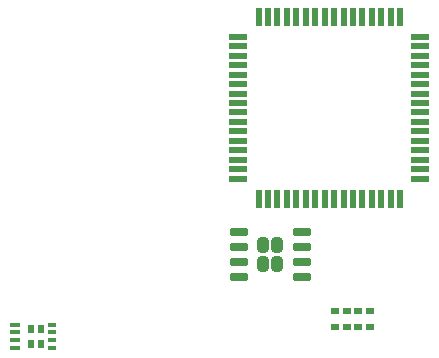
<source format=gbr>
%TF.GenerationSoftware,KiCad,Pcbnew,7.0.2*%
%TF.CreationDate,2023-06-25T00:33:43-03:00*%
%TF.ProjectId,Projeto final de EA075,50726f6a-6574-46f2-9066-696e616c2064,rev?*%
%TF.SameCoordinates,Original*%
%TF.FileFunction,Paste,Top*%
%TF.FilePolarity,Positive*%
%FSLAX46Y46*%
G04 Gerber Fmt 4.6, Leading zero omitted, Abs format (unit mm)*
G04 Created by KiCad (PCBNEW 7.0.2) date 2023-06-25 00:33:43*
%MOMM*%
%LPD*%
G01*
G04 APERTURE LIST*
G04 Aperture macros list*
%AMRoundRect*
0 Rectangle with rounded corners*
0 $1 Rounding radius*
0 $2 $3 $4 $5 $6 $7 $8 $9 X,Y pos of 4 corners*
0 Add a 4 corners polygon primitive as box body*
4,1,4,$2,$3,$4,$5,$6,$7,$8,$9,$2,$3,0*
0 Add four circle primitives for the rounded corners*
1,1,$1+$1,$2,$3*
1,1,$1+$1,$4,$5*
1,1,$1+$1,$6,$7*
1,1,$1+$1,$8,$9*
0 Add four rect primitives between the rounded corners*
20,1,$1+$1,$2,$3,$4,$5,0*
20,1,$1+$1,$4,$5,$6,$7,0*
20,1,$1+$1,$6,$7,$8,$9,0*
20,1,$1+$1,$8,$9,$2,$3,0*%
G04 Aperture macros list end*
%ADD10RoundRect,0.150000X-0.650000X-0.150000X0.650000X-0.150000X0.650000X0.150000X-0.650000X0.150000X0*%
%ADD11RoundRect,0.242500X-0.242500X-0.402500X0.242500X-0.402500X0.242500X0.402500X-0.242500X0.402500X0*%
%ADD12R,0.720000X0.600000*%
%ADD13R,1.500000X0.550000*%
%ADD14R,0.550000X1.500000*%
%ADD15R,0.510000X0.635000*%
%ADD16R,0.750000X0.300000*%
%ADD17R,0.830000X0.300000*%
G04 APERTURE END LIST*
D10*
%TO.C,U3*%
X161050000Y-88095000D03*
X161050000Y-89365000D03*
X161050000Y-90635000D03*
X161050000Y-91905000D03*
X155750000Y-91905000D03*
X155750000Y-90635000D03*
X155750000Y-89365000D03*
X155750000Y-88095000D03*
D11*
X159000000Y-90800000D03*
X157800000Y-90800000D03*
X159000000Y-89200000D03*
X157800000Y-89200000D03*
%TD*%
D12*
%TO.C,U2*%
X163915000Y-94730000D03*
X164885000Y-94730000D03*
X165855000Y-94730000D03*
X166825000Y-94730000D03*
X166825000Y-96130000D03*
X165855000Y-96130000D03*
X164885000Y-96130000D03*
X163915000Y-96130000D03*
%TD*%
D13*
%TO.C,U1*%
X155700000Y-71550000D03*
X155700000Y-72350000D03*
X155700000Y-73150000D03*
X155700000Y-73950000D03*
X155700000Y-74750000D03*
X155700000Y-75550000D03*
X155700000Y-76350000D03*
X155700000Y-77150000D03*
X155700000Y-77950000D03*
X155700000Y-78750000D03*
X155700000Y-79550000D03*
X155700000Y-80350000D03*
X155700000Y-81150000D03*
X155700000Y-81950000D03*
X155700000Y-82750000D03*
X155700000Y-83550000D03*
D14*
X157400000Y-85250000D03*
X158200000Y-85250000D03*
X159000000Y-85250000D03*
X159800000Y-85250000D03*
X160600000Y-85250000D03*
X161400000Y-85250000D03*
X162200000Y-85250000D03*
X163000000Y-85250000D03*
X163800000Y-85250000D03*
X164600000Y-85250000D03*
X165400000Y-85250000D03*
X166200000Y-85250000D03*
X167000000Y-85250000D03*
X167800000Y-85250000D03*
X168600000Y-85250000D03*
X169400000Y-85250000D03*
D13*
X171100000Y-83550000D03*
X171100000Y-82750000D03*
X171100000Y-81950000D03*
X171100000Y-81150000D03*
X171100000Y-80350000D03*
X171100000Y-79550000D03*
X171100000Y-78750000D03*
X171100000Y-77950000D03*
X171100000Y-77150000D03*
X171100000Y-76350000D03*
X171100000Y-75550000D03*
X171100000Y-74750000D03*
X171100000Y-73950000D03*
X171100000Y-73150000D03*
X171100000Y-72350000D03*
X171100000Y-71550000D03*
D14*
X169400000Y-69850000D03*
X168600000Y-69850000D03*
X167800000Y-69850000D03*
X167000000Y-69850000D03*
X166200000Y-69850000D03*
X165400000Y-69850000D03*
X164600000Y-69850000D03*
X163800000Y-69850000D03*
X163000000Y-69850000D03*
X162200000Y-69850000D03*
X161400000Y-69850000D03*
X160600000Y-69850000D03*
X159800000Y-69850000D03*
X159000000Y-69850000D03*
X158200000Y-69850000D03*
X157400000Y-69850000D03*
%TD*%
D15*
%TO.C,Q1*%
X138995000Y-96264000D03*
X138995000Y-97516000D03*
D16*
X139925000Y-97865000D03*
D17*
X136815000Y-97865000D03*
D16*
X139925000Y-95915000D03*
X139925000Y-97215000D03*
D17*
X136815000Y-97215000D03*
D16*
X139925000Y-96565000D03*
D15*
X138135000Y-96264000D03*
D17*
X136815000Y-95915000D03*
X136815000Y-96565000D03*
D15*
X138135000Y-97516000D03*
%TD*%
M02*

</source>
